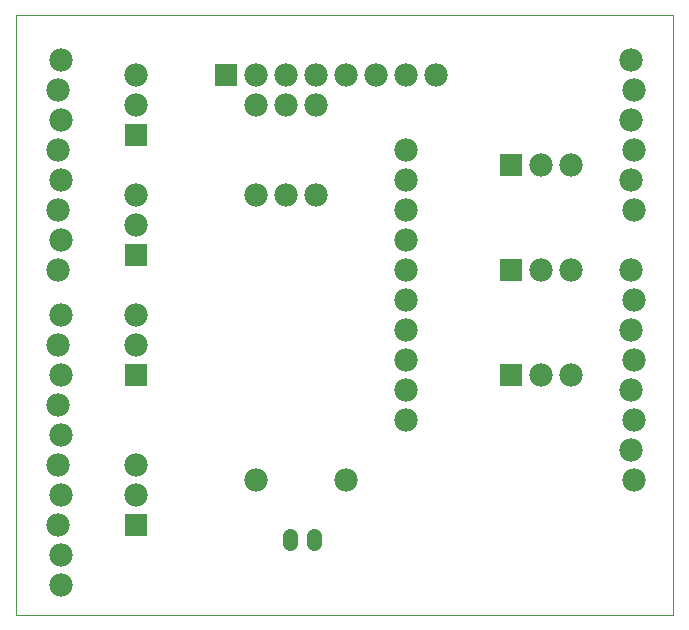
<source format=gbs>
G75*
%MOIN*%
%OFA0B0*%
%FSLAX25Y25*%
%IPPOS*%
%LPD*%
%AMOC8*
5,1,8,0,0,1.08239X$1,22.5*
%
%ADD10C,0.00000*%
%ADD11R,0.07800X0.07800*%
%ADD12C,0.07800*%
%ADD13C,0.05124*%
D10*
X0019428Y0035000D02*
X0019428Y0234961D01*
X0238129Y0234961D01*
X0238129Y0035000D01*
X0019428Y0035000D01*
D11*
X0059428Y0065000D03*
X0059428Y0115000D03*
X0059428Y0155000D03*
X0059428Y0195000D03*
X0089428Y0215000D03*
X0184428Y0185000D03*
X0184428Y0150000D03*
X0184428Y0115000D03*
D12*
X0194428Y0115000D03*
X0204428Y0115000D03*
X0224428Y0110000D03*
X0225428Y0100000D03*
X0224428Y0090000D03*
X0225428Y0080000D03*
X0225428Y0120000D03*
X0224428Y0130000D03*
X0225428Y0140000D03*
X0224428Y0150000D03*
X0225428Y0170000D03*
X0224428Y0180000D03*
X0225428Y0190000D03*
X0224428Y0200000D03*
X0225428Y0210000D03*
X0224428Y0220000D03*
X0204428Y0185000D03*
X0194428Y0185000D03*
X0194428Y0150000D03*
X0204428Y0150000D03*
X0149428Y0150000D03*
X0149428Y0140000D03*
X0149428Y0130000D03*
X0149428Y0120000D03*
X0149428Y0110000D03*
X0149428Y0100000D03*
X0129428Y0080000D03*
X0099428Y0080000D03*
X0059428Y0075000D03*
X0059428Y0085000D03*
X0034428Y0075000D03*
X0033428Y0065000D03*
X0034428Y0055000D03*
X0034428Y0045000D03*
X0033428Y0085000D03*
X0034428Y0095000D03*
X0033428Y0105000D03*
X0034428Y0115000D03*
X0033428Y0125000D03*
X0034428Y0135000D03*
X0033428Y0150000D03*
X0034428Y0160000D03*
X0033428Y0170000D03*
X0034428Y0180000D03*
X0033428Y0190000D03*
X0034428Y0200000D03*
X0033428Y0210000D03*
X0034428Y0220000D03*
X0059428Y0215000D03*
X0059428Y0205000D03*
X0059428Y0175000D03*
X0059428Y0165000D03*
X0059428Y0135000D03*
X0059428Y0125000D03*
X0099428Y0175000D03*
X0109428Y0175000D03*
X0119428Y0175000D03*
X0119428Y0205000D03*
X0109428Y0205000D03*
X0099428Y0205000D03*
X0099428Y0215000D03*
X0109428Y0215000D03*
X0119428Y0215000D03*
X0129428Y0215000D03*
X0139428Y0215000D03*
X0149428Y0215000D03*
X0159428Y0215000D03*
X0149428Y0190000D03*
X0149428Y0180000D03*
X0149428Y0170000D03*
X0149428Y0160000D03*
D13*
X0118661Y0061368D02*
X0118661Y0059006D01*
X0110787Y0059006D02*
X0110787Y0061368D01*
M02*

</source>
